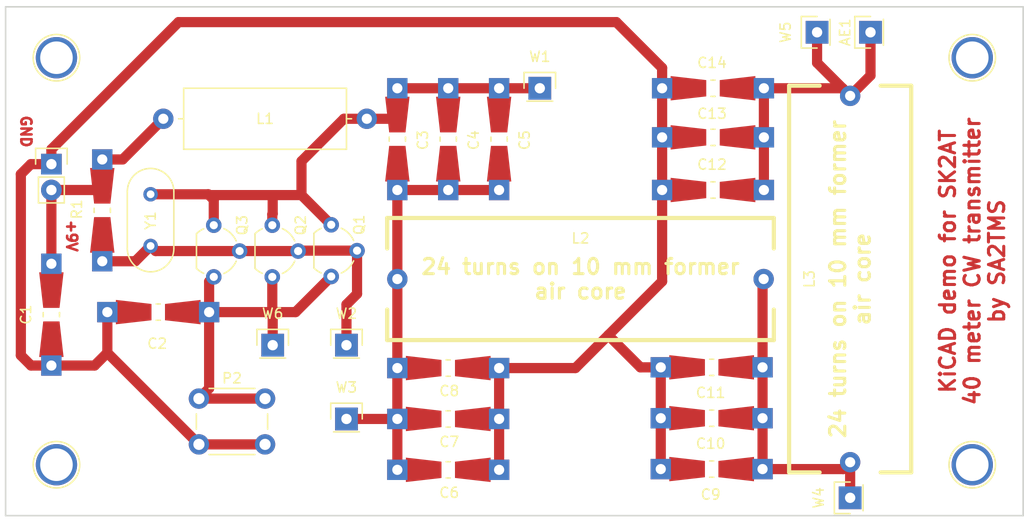
<source format=kicad_pcb>
(kicad_pcb (version 4) (host pcbnew 4.0.5+dfsg1-4)

  (general
    (links 82)
    (no_connects 0)
    (area 49.924999 74.924999 150.075001 125.075001)
    (thickness 1.6)
    (drawings 13)
    (tracks 126)
    (zones 0)
    (modules 35)
    (nets 9)
  )

  (page A4)
  (layers
    (0 F.Cu signal)
    (31 B.Cu signal)
    (32 B.Adhes user)
    (33 F.Adhes user)
    (34 B.Paste user)
    (35 F.Paste user)
    (36 B.SilkS user)
    (37 F.SilkS user)
    (38 B.Mask user)
    (39 F.Mask user)
    (40 Dwgs.User user)
    (41 Cmts.User user)
    (42 Eco1.User user)
    (43 Eco2.User user)
    (44 Edge.Cuts user)
    (45 Margin user)
    (46 B.CrtYd user)
    (47 F.CrtYd user)
    (48 B.Fab user)
    (49 F.Fab user)
  )

  (setup
    (last_trace_width 1)
    (user_trace_width 1)
    (user_trace_width 1.5)
    (user_trace_width 2)
    (user_trace_width 2.5)
    (trace_clearance 0.5)
    (zone_clearance 0.508)
    (zone_45_only no)
    (trace_min 0.5)
    (segment_width 0.2)
    (edge_width 0.15)
    (via_size 1)
    (via_drill 0.5)
    (via_min_size 1)
    (via_min_drill 0.5)
    (uvia_size 0.3)
    (uvia_drill 0.1)
    (uvias_allowed no)
    (uvia_min_size 0.2)
    (uvia_min_drill 0.1)
    (pcb_text_width 0.3)
    (pcb_text_size 1.5 1.5)
    (mod_edge_width 0.15)
    (mod_text_size 1 1)
    (mod_text_width 0.15)
    (pad_size 4.064 4.064)
    (pad_drill 3.2)
    (pad_to_mask_clearance 0.2)
    (solder_mask_min_width 0.4)
    (aux_axis_origin 0 0)
    (visible_elements FFFFEF7F)
    (pcbplotparams
      (layerselection 0x010a0_00000001)
      (usegerberextensions true)
      (excludeedgelayer true)
      (linewidth 0.100000)
      (plotframeref false)
      (viasonmask false)
      (mode 1)
      (useauxorigin false)
      (hpglpennumber 1)
      (hpglpenspeed 20)
      (hpglpendiameter 15)
      (hpglpenoverlay 2)
      (psnegative false)
      (psa4output false)
      (plotreference true)
      (plotvalue true)
      (plotinvisibletext false)
      (padsonsilk false)
      (subtractmaskfromsilk false)
      (outputformat 1)
      (mirror false)
      (drillshape 0)
      (scaleselection 1)
      (outputdirectory gerber))
  )

  (net 0 "")
  (net 1 "Net-(AE1-Pad1)")
  (net 2 +9V)
  (net 3 GND)
  (net 4 "Net-(C2-Pad1)")
  (net 5 "Net-(C3-Pad1)")
  (net 6 "Net-(C3-Pad2)")
  (net 7 "Net-(C10-Pad1)")
  (net 8 "Net-(Q1-Pad2)")

  (net_class Default "This is the default net class."
    (clearance 0.5)
    (trace_width 0.5)
    (via_dia 1)
    (via_drill 0.5)
    (uvia_dia 0.3)
    (uvia_drill 0.1)
    (add_net +9V)
    (add_net GND)
    (add_net "Net-(AE1-Pad1)")
    (add_net "Net-(C10-Pad1)")
    (add_net "Net-(C2-Pad1)")
    (add_net "Net-(C3-Pad1)")
    (add_net "Net-(C3-Pad2)")
    (add_net "Net-(Q1-Pad2)")
  )

  (module Connect:1pin (layer F.Cu) (tedit 5AAABC5F) (tstamp 5A6A3AA3)
    (at 55 80)
    (descr "module 1 pin (ou trou mecanique de percage)")
    (tags DEV)
    (fp_text reference REF** (at 0 -3.048) (layer F.SilkS) hide
      (effects (font (size 1 1) (thickness 0.15)))
    )
    (fp_text value 1pin (at 0 2.794) (layer F.Fab)
      (effects (font (size 1 1) (thickness 0.15)))
    )
    (fp_circle (center 0 0) (end 0 -2.286) (layer F.SilkS) (width 0.15))
    (pad 1 thru_hole circle (at 0 0) (size 4.064 4.064) (drill 3.2) (layers *.Cu *.Mask))
  )

  (module Connect:1pin (layer F.Cu) (tedit 5AAABC62) (tstamp 5A6A3A9F)
    (at 55 120)
    (descr "module 1 pin (ou trou mecanique de percage)")
    (tags DEV)
    (fp_text reference REF** (at 0 -3.048) (layer F.SilkS) hide
      (effects (font (size 1 1) (thickness 0.15)))
    )
    (fp_text value 1pin (at 0 2.794) (layer F.Fab)
      (effects (font (size 1 1) (thickness 0.15)))
    )
    (fp_circle (center 0 0) (end 0 -2.286) (layer F.SilkS) (width 0.15))
    (pad 1 thru_hole circle (at 0 0) (size 4.064 4.064) (drill 3.2) (layers *.Cu *.Mask))
  )

  (module Connect:1pin (layer F.Cu) (tedit 5AAABC66) (tstamp 5A6A3A9B)
    (at 145 120)
    (descr "module 1 pin (ou trou mecanique de percage)")
    (tags DEV)
    (fp_text reference REF** (at 0 -3.048) (layer F.SilkS) hide
      (effects (font (size 1 1) (thickness 0.15)))
    )
    (fp_text value 1pin (at 0 2.794) (layer F.Fab)
      (effects (font (size 1 1) (thickness 0.15)))
    )
    (fp_circle (center 0 0) (end 0 -2.286) (layer F.SilkS) (width 0.15))
    (pad 1 thru_hole circle (at 0 0) (size 4.064 4.064) (drill 3.2) (layers *.Cu *.Mask))
  )

  (module Pin_Headers:Pin_Header_Straight_1x01 (layer F.Cu) (tedit 5AA98D88) (tstamp 5A6A394B)
    (at 135 77.5 90)
    (descr "Through hole pin header")
    (tags "pin header")
    (path /5A6A365B)
    (fp_text reference AE1 (at 0 -2.5 90) (layer F.SilkS)
      (effects (font (size 1 1) (thickness 0.15)))
    )
    (fp_text value Antenna (at 0 2.5 90) (layer F.Fab)
      (effects (font (size 1 1) (thickness 0.15)))
    )
    (fp_line (start 1.55 -1.55) (end 1.55 0) (layer F.SilkS) (width 0.15))
    (fp_line (start -1.75 -1.75) (end -1.75 1.75) (layer F.CrtYd) (width 0.05))
    (fp_line (start 1.75 -1.75) (end 1.75 1.75) (layer F.CrtYd) (width 0.05))
    (fp_line (start -1.75 -1.75) (end 1.75 -1.75) (layer F.CrtYd) (width 0.05))
    (fp_line (start -1.75 1.75) (end 1.75 1.75) (layer F.CrtYd) (width 0.05))
    (fp_line (start -1.55 0) (end -1.55 -1.55) (layer F.SilkS) (width 0.15))
    (fp_line (start -1.55 -1.55) (end 1.55 -1.55) (layer F.SilkS) (width 0.15))
    (fp_line (start -1.27 1.27) (end 1.27 1.27) (layer F.SilkS) (width 0.15))
    (pad 1 thru_hole rect (at 0 0 90) (size 2.2352 2.2352) (drill 1.016) (layers *.Cu *.Mask)
      (net 1 "Net-(AE1-Pad1)"))
    (model Pin_Headers.3dshapes/Pin_Header_Straight_1x01.wrl
      (at (xyz 0 0 0))
      (scale (xyz 1 1 1))
      (rotate (xyz 0 0 90))
    )
  )

  (module Pin_Headers:Pin_Header_Straight_1x02 (layer F.Cu) (tedit 5AAAB9B4) (tstamp 5A6A3988)
    (at 54.5 90.46)
    (descr "Through hole pin header")
    (tags "pin header")
    (path /5A6A3361)
    (fp_text reference P1 (at 0 -2.96) (layer F.SilkS) hide
      (effects (font (size 1 1) (thickness 0.15)))
    )
    (fp_text value pwr (at 0 -3.1) (layer F.Fab)
      (effects (font (size 1 1) (thickness 0.15)))
    )
    (fp_line (start 1.27 1.27) (end 1.27 3.81) (layer F.SilkS) (width 0.15))
    (fp_line (start 1.55 -1.55) (end 1.55 0) (layer F.SilkS) (width 0.15))
    (fp_line (start -1.75 -1.75) (end -1.75 4.3) (layer F.CrtYd) (width 0.05))
    (fp_line (start 1.75 -1.75) (end 1.75 4.3) (layer F.CrtYd) (width 0.05))
    (fp_line (start -1.75 -1.75) (end 1.75 -1.75) (layer F.CrtYd) (width 0.05))
    (fp_line (start -1.75 4.3) (end 1.75 4.3) (layer F.CrtYd) (width 0.05))
    (fp_line (start 1.27 1.27) (end -1.27 1.27) (layer F.SilkS) (width 0.15))
    (fp_line (start -1.55 0) (end -1.55 -1.55) (layer F.SilkS) (width 0.15))
    (fp_line (start -1.55 -1.55) (end 1.55 -1.55) (layer F.SilkS) (width 0.15))
    (fp_line (start -1.27 1.27) (end -1.27 3.81) (layer F.SilkS) (width 0.15))
    (fp_line (start -1.27 3.81) (end 1.27 3.81) (layer F.SilkS) (width 0.15))
    (pad 1 thru_hole rect (at 0 0) (size 2.032 2.032) (drill 1.016) (layers *.Cu *.Mask)
      (net 3 GND))
    (pad 2 thru_hole oval (at 0 2.54) (size 2.032 2.032) (drill 1.016) (layers *.Cu *.Mask)
      (net 2 +9V))
    (model Pin_Headers.3dshapes/Pin_Header_Straight_1x02.wrl
      (at (xyz 0 -0.05 0))
      (scale (xyz 1 1 1))
      (rotate (xyz 0 0 90))
    )
  )

  (module Crystals:HC-49V (layer F.Cu) (tedit 56D4D4E4) (tstamp 5A6A39A1)
    (at 64.25 98.5 90)
    (descr "Quartz boitier HC-49 Vertical")
    (tags "QUARTZ DEV")
    (path /5A6A34B6)
    (fp_text reference Y1 (at 2.5 0 90) (layer F.SilkS)
      (effects (font (size 1 1) (thickness 0.15)))
    )
    (fp_text value "7020 kHz" (at 2.5 1.75 90) (layer F.Fab)
      (effects (font (size 1 1) (thickness 0.15)))
    )
    (fp_line (start 5.35 2.8) (end -0.25 2.8) (layer F.CrtYd) (width 0.05))
    (fp_line (start -0.25 -2.8) (end 5.35 -2.8) (layer F.CrtYd) (width 0.05))
    (fp_arc (start -0.25 0) (end -0.25 2.8) (angle 180) (layer F.CrtYd) (width 0.05))
    (fp_arc (start 5.35 0) (end 5.35 -2.8) (angle 180) (layer F.CrtYd) (width 0.05))
    (fp_arc (start 5.334 0) (end 5.334 -2.286) (angle 180) (layer F.SilkS) (width 0.15))
    (fp_arc (start -0.254 0) (end -0.254 2.286) (angle 180) (layer F.SilkS) (width 0.15))
    (fp_line (start -0.254 2.286) (end 5.334 2.286) (layer F.SilkS) (width 0.15))
    (fp_line (start -0.254 -2.286) (end 5.334 -2.286) (layer F.SilkS) (width 0.15))
    (pad 1 thru_hole circle (at 0 0 90) (size 1.4224 1.4224) (drill 0.762) (layers *.Cu *.Mask)
      (net 8 "Net-(Q1-Pad2)"))
    (pad 2 thru_hole circle (at 5.08 0 90) (size 1.4224 1.4224) (drill 0.762) (layers *.Cu *.Mask)
      (net 5 "Net-(C3-Pad1)"))
    (model Crystals.3dshapes/HC-49V.wrl
      (at (xyz 0.1 0 0))
      (scale (xyz 1 1 0.2))
      (rotate (xyz 0 0 0))
    )
  )

  (module Choke_Axial_ThroughHole:Choke_Horizontal_RM20mm (layer F.Cu) (tedit 542A89E6) (tstamp 5A6A3A64)
    (at 75.50002 86)
    (descr "Choke, Axial, 20mm,")
    (tags "Choke, Axial, 20mm,")
    (path /5A6A33ED)
    (fp_text reference L1 (at 0 0) (layer F.SilkS)
      (effects (font (size 1 1) (thickness 0.15)))
    )
    (fp_text value 100uH (at 0 5.00126) (layer F.Fab)
      (effects (font (size 1 1) (thickness 0.15)))
    )
    (fp_line (start 8.001 0) (end 8.49884 0) (layer F.SilkS) (width 0.15))
    (fp_line (start -8.001 0) (end -8.49884 0) (layer F.SilkS) (width 0.15))
    (fp_line (start -8.001 -2.99974) (end -8.001 2.99974) (layer F.SilkS) (width 0.15))
    (fp_line (start -8.001 2.99974) (end 8.001 2.99974) (layer F.SilkS) (width 0.15))
    (fp_line (start 8.001 2.99974) (end 8.001 -2.99974) (layer F.SilkS) (width 0.15))
    (fp_line (start 8.001 -2.99974) (end -8.001 -2.99974) (layer F.SilkS) (width 0.15))
    (pad 1 thru_hole circle (at -9.99998 0) (size 1.99898 1.99898) (drill 1.00076) (layers *.Cu *.Mask)
      (net 2 +9V))
    (pad 2 thru_hole circle (at 9.99998 0) (size 1.99898 1.99898) (drill 1.00076) (layers *.Cu *.Mask)
      (net 5 "Net-(C3-Pad1)"))
  )

  (module Connect:1pin (layer F.Cu) (tedit 5AAABC69) (tstamp 5A6A3A88)
    (at 145 80)
    (descr "module 1 pin (ou trou mecanique de percage)")
    (tags DEV)
    (fp_text reference REF** (at 0 -3.048) (layer F.SilkS) hide
      (effects (font (size 1 1) (thickness 0.15)))
    )
    (fp_text value 1pin (at 0 2.794) (layer F.Fab)
      (effects (font (size 1 1) (thickness 0.15)))
    )
    (fp_circle (center 0 0) (end 0 -2.286) (layer F.SilkS) (width 0.15))
    (pad 1 thru_hole circle (at 0 0) (size 4.064 4.064) (drill 3.2) (layers *.Cu *.Mask))
  )

  (module Resistors_Universal:Resistor_SMD+THTuniversal_0805to1206_RM10_HandSoldering (layer F.Cu) (tedit 0) (tstamp 5AA98CB0)
    (at 54.5 105.25 270)
    (descr "Resistor, SMD and THT, universal, 0805 to 1206,RM10,  Hand soldering,")
    (tags "Resistor, SMD and THT, universal, 0805 to 1206, RM10, Hand soldering,")
    (path /5A6A33B9)
    (fp_text reference C1 (at 0.00126 2.5 270) (layer F.SilkS)
      (effects (font (size 1 1) (thickness 0.15)))
    )
    (fp_text value 10nF (at -0.39878 4.20116 270) (layer F.Fab)
      (effects (font (size 1 1) (thickness 0.15)))
    )
    (fp_line (start 0 0.8001) (end 0.20066 0.8001) (layer F.SilkS) (width 0.15))
    (fp_line (start 0 0.8001) (end -0.20066 0.8001) (layer F.SilkS) (width 0.15))
    (fp_line (start -0.09906 -0.8001) (end -0.20066 -0.8001) (layer F.SilkS) (width 0.15))
    (fp_line (start -0.20066 -0.8001) (end 0.20066 -0.8001) (layer F.SilkS) (width 0.15))
    (pad 1 smd trapezoid (at -2.413 0 270) (size 3.50012 1.99898) (rect_delta 0.39878 0 ) (layers F.Cu F.Paste F.Mask)
      (net 2 +9V))
    (pad 2 smd trapezoid (at 2.413 0 90) (size 3.50012 1.99898) (rect_delta 0.39878 0 ) (layers F.Cu F.Paste F.Mask)
      (net 3 GND))
    (pad 1 thru_hole rect (at -5.00126 0 90) (size 1.99898 1.99898) (drill 1.00076) (layers *.Cu *.Mask)
      (net 2 +9V))
    (pad 2 thru_hole rect (at 5.00126 0 90) (size 1.99898 1.99898) (drill 1.00076) (layers *.Cu *.Mask)
      (net 3 GND))
  )

  (module Resistors_Universal:Resistor_SMD+THTuniversal_0805to1206_RM10_HandSoldering (layer F.Cu) (tedit 0) (tstamp 5AA98CB7)
    (at 65.00126 105 180)
    (descr "Resistor, SMD and THT, universal, 0805 to 1206,RM10,  Hand soldering,")
    (tags "Resistor, SMD and THT, universal, 0805 to 1206, RM10, Hand soldering,")
    (path /5A6A34F1)
    (fp_text reference C2 (at 0.09906 -3.0988 180) (layer F.SilkS)
      (effects (font (size 1 1) (thickness 0.15)))
    )
    (fp_text value 10nF (at 0.00126 2.25 180) (layer F.Fab)
      (effects (font (size 1 1) (thickness 0.15)))
    )
    (fp_line (start 0 0.8001) (end 0.20066 0.8001) (layer F.SilkS) (width 0.15))
    (fp_line (start 0 0.8001) (end -0.20066 0.8001) (layer F.SilkS) (width 0.15))
    (fp_line (start -0.09906 -0.8001) (end -0.20066 -0.8001) (layer F.SilkS) (width 0.15))
    (fp_line (start -0.20066 -0.8001) (end 0.20066 -0.8001) (layer F.SilkS) (width 0.15))
    (pad 1 smd trapezoid (at -2.413 0 180) (size 3.50012 1.99898) (rect_delta 0.39878 0 ) (layers F.Cu F.Paste F.Mask)
      (net 4 "Net-(C2-Pad1)"))
    (pad 2 smd trapezoid (at 2.413 0) (size 3.50012 1.99898) (rect_delta 0.39878 0 ) (layers F.Cu F.Paste F.Mask)
      (net 3 GND))
    (pad 1 thru_hole rect (at -5.00126 0) (size 1.99898 1.99898) (drill 1.00076) (layers *.Cu *.Mask)
      (net 4 "Net-(C2-Pad1)"))
    (pad 2 thru_hole rect (at 5.00126 0) (size 1.99898 1.99898) (drill 1.00076) (layers *.Cu *.Mask)
      (net 3 GND))
  )

  (module Resistors_Universal:Resistor_SMD+THTuniversal_0805to1206_RM10_HandSoldering (layer F.Cu) (tedit 0) (tstamp 5AA98CBE)
    (at 88.5 88.00126 270)
    (descr "Resistor, SMD and THT, universal, 0805 to 1206,RM10,  Hand soldering,")
    (tags "Resistor, SMD and THT, universal, 0805 to 1206, RM10, Hand soldering,")
    (path /5AA98676)
    (fp_text reference C3 (at 0.09906 -2.5 270) (layer F.SilkS)
      (effects (font (size 1 1) (thickness 0.15)))
    )
    (fp_text value 100p (at -0.39878 4.20116 270) (layer F.Fab)
      (effects (font (size 1 1) (thickness 0.15)))
    )
    (fp_line (start 0 0.8001) (end 0.20066 0.8001) (layer F.SilkS) (width 0.15))
    (fp_line (start 0 0.8001) (end -0.20066 0.8001) (layer F.SilkS) (width 0.15))
    (fp_line (start -0.09906 -0.8001) (end -0.20066 -0.8001) (layer F.SilkS) (width 0.15))
    (fp_line (start -0.20066 -0.8001) (end 0.20066 -0.8001) (layer F.SilkS) (width 0.15))
    (pad 1 smd trapezoid (at -2.413 0 270) (size 3.50012 1.99898) (rect_delta 0.39878 0 ) (layers F.Cu F.Paste F.Mask)
      (net 5 "Net-(C3-Pad1)"))
    (pad 2 smd trapezoid (at 2.413 0 90) (size 3.50012 1.99898) (rect_delta 0.39878 0 ) (layers F.Cu F.Paste F.Mask)
      (net 6 "Net-(C3-Pad2)"))
    (pad 1 thru_hole rect (at -5.00126 0 90) (size 1.99898 1.99898) (drill 1.00076) (layers *.Cu *.Mask)
      (net 5 "Net-(C3-Pad1)"))
    (pad 2 thru_hole rect (at 5.00126 0 90) (size 1.99898 1.99898) (drill 1.00076) (layers *.Cu *.Mask)
      (net 6 "Net-(C3-Pad2)"))
  )

  (module Resistors_Universal:Resistor_SMD+THTuniversal_0805to1206_RM10_HandSoldering (layer F.Cu) (tedit 0) (tstamp 5AA98CC5)
    (at 93.5 88.00126 270)
    (descr "Resistor, SMD and THT, universal, 0805 to 1206,RM10,  Hand soldering,")
    (tags "Resistor, SMD and THT, universal, 0805 to 1206, RM10, Hand soldering,")
    (path /5AA98635)
    (fp_text reference C4 (at 0.09906 -2.5 270) (layer F.SilkS)
      (effects (font (size 1 1) (thickness 0.15)))
    )
    (fp_text value 100p (at -0.39878 4.20116 270) (layer F.Fab)
      (effects (font (size 1 1) (thickness 0.15)))
    )
    (fp_line (start 0 0.8001) (end 0.20066 0.8001) (layer F.SilkS) (width 0.15))
    (fp_line (start 0 0.8001) (end -0.20066 0.8001) (layer F.SilkS) (width 0.15))
    (fp_line (start -0.09906 -0.8001) (end -0.20066 -0.8001) (layer F.SilkS) (width 0.15))
    (fp_line (start -0.20066 -0.8001) (end 0.20066 -0.8001) (layer F.SilkS) (width 0.15))
    (pad 1 smd trapezoid (at -2.413 0 270) (size 3.50012 1.99898) (rect_delta 0.39878 0 ) (layers F.Cu F.Paste F.Mask)
      (net 5 "Net-(C3-Pad1)"))
    (pad 2 smd trapezoid (at 2.413 0 90) (size 3.50012 1.99898) (rect_delta 0.39878 0 ) (layers F.Cu F.Paste F.Mask)
      (net 6 "Net-(C3-Pad2)"))
    (pad 1 thru_hole rect (at -5.00126 0 90) (size 1.99898 1.99898) (drill 1.00076) (layers *.Cu *.Mask)
      (net 5 "Net-(C3-Pad1)"))
    (pad 2 thru_hole rect (at 5.00126 0 90) (size 1.99898 1.99898) (drill 1.00076) (layers *.Cu *.Mask)
      (net 6 "Net-(C3-Pad2)"))
  )

  (module Resistors_Universal:Resistor_SMD+THTuniversal_0805to1206_RM10_HandSoldering (layer F.Cu) (tedit 0) (tstamp 5AA98CCC)
    (at 98.5 88.00126 270)
    (descr "Resistor, SMD and THT, universal, 0805 to 1206,RM10,  Hand soldering,")
    (tags "Resistor, SMD and THT, universal, 0805 to 1206, RM10, Hand soldering,")
    (path /5A6A391C)
    (fp_text reference C5 (at 0.09906 -2.5 270) (layer F.SilkS)
      (effects (font (size 1 1) (thickness 0.15)))
    )
    (fp_text value 100p (at -0.39878 4.20116 270) (layer F.Fab)
      (effects (font (size 1 1) (thickness 0.15)))
    )
    (fp_line (start 0 0.8001) (end 0.20066 0.8001) (layer F.SilkS) (width 0.15))
    (fp_line (start 0 0.8001) (end -0.20066 0.8001) (layer F.SilkS) (width 0.15))
    (fp_line (start -0.09906 -0.8001) (end -0.20066 -0.8001) (layer F.SilkS) (width 0.15))
    (fp_line (start -0.20066 -0.8001) (end 0.20066 -0.8001) (layer F.SilkS) (width 0.15))
    (pad 1 smd trapezoid (at -2.413 0 270) (size 3.50012 1.99898) (rect_delta 0.39878 0 ) (layers F.Cu F.Paste F.Mask)
      (net 5 "Net-(C3-Pad1)"))
    (pad 2 smd trapezoid (at 2.413 0 90) (size 3.50012 1.99898) (rect_delta 0.39878 0 ) (layers F.Cu F.Paste F.Mask)
      (net 6 "Net-(C3-Pad2)"))
    (pad 1 thru_hole rect (at -5.00126 0 90) (size 1.99898 1.99898) (drill 1.00076) (layers *.Cu *.Mask)
      (net 5 "Net-(C3-Pad1)"))
    (pad 2 thru_hole rect (at 5.00126 0 90) (size 1.99898 1.99898) (drill 1.00076) (layers *.Cu *.Mask)
      (net 6 "Net-(C3-Pad2)"))
  )

  (module Resistors_Universal:Resistor_SMD+THTuniversal_0805to1206_RM10_HandSoldering (layer F.Cu) (tedit 0) (tstamp 5AA98CD3)
    (at 93.50126 120.5)
    (descr "Resistor, SMD and THT, universal, 0805 to 1206,RM10,  Hand soldering,")
    (tags "Resistor, SMD and THT, universal, 0805 to 1206, RM10, Hand soldering,")
    (path /5AA98E66)
    (fp_text reference C6 (at 0.09906 2.25) (layer F.SilkS)
      (effects (font (size 1 1) (thickness 0.15)))
    )
    (fp_text value 200p (at -0.39878 4.20116) (layer F.Fab)
      (effects (font (size 1 1) (thickness 0.15)))
    )
    (fp_line (start 0 0.8001) (end 0.20066 0.8001) (layer F.SilkS) (width 0.15))
    (fp_line (start 0 0.8001) (end -0.20066 0.8001) (layer F.SilkS) (width 0.15))
    (fp_line (start -0.09906 -0.8001) (end -0.20066 -0.8001) (layer F.SilkS) (width 0.15))
    (fp_line (start -0.20066 -0.8001) (end 0.20066 -0.8001) (layer F.SilkS) (width 0.15))
    (pad 1 smd trapezoid (at -2.413 0) (size 3.50012 1.99898) (rect_delta 0.39878 0 ) (layers F.Cu F.Paste F.Mask)
      (net 6 "Net-(C3-Pad2)"))
    (pad 2 smd trapezoid (at 2.413 0 180) (size 3.50012 1.99898) (rect_delta 0.39878 0 ) (layers F.Cu F.Paste F.Mask)
      (net 3 GND))
    (pad 1 thru_hole rect (at -5.00126 0 180) (size 1.99898 1.99898) (drill 1.00076) (layers *.Cu *.Mask)
      (net 6 "Net-(C3-Pad2)"))
    (pad 2 thru_hole rect (at 5.00126 0 180) (size 1.99898 1.99898) (drill 1.00076) (layers *.Cu *.Mask)
      (net 3 GND))
  )

  (module Resistors_Universal:Resistor_SMD+THTuniversal_0805to1206_RM10_HandSoldering (layer F.Cu) (tedit 0) (tstamp 5AA98CE1)
    (at 93.50126 115.5)
    (descr "Resistor, SMD and THT, universal, 0805 to 1206,RM10,  Hand soldering,")
    (tags "Resistor, SMD and THT, universal, 0805 to 1206, RM10, Hand soldering,")
    (path /5AA991A6)
    (fp_text reference C7 (at 0.09906 2.25) (layer F.SilkS)
      (effects (font (size 1 1) (thickness 0.15)))
    )
    (fp_text value 60p (at -0.39878 4.20116) (layer F.Fab)
      (effects (font (size 1 1) (thickness 0.15)))
    )
    (fp_line (start 0 0.8001) (end 0.20066 0.8001) (layer F.SilkS) (width 0.15))
    (fp_line (start 0 0.8001) (end -0.20066 0.8001) (layer F.SilkS) (width 0.15))
    (fp_line (start -0.09906 -0.8001) (end -0.20066 -0.8001) (layer F.SilkS) (width 0.15))
    (fp_line (start -0.20066 -0.8001) (end 0.20066 -0.8001) (layer F.SilkS) (width 0.15))
    (pad 1 smd trapezoid (at -2.413 0) (size 3.50012 1.99898) (rect_delta 0.39878 0 ) (layers F.Cu F.Paste F.Mask)
      (net 6 "Net-(C3-Pad2)"))
    (pad 2 smd trapezoid (at 2.413 0 180) (size 3.50012 1.99898) (rect_delta 0.39878 0 ) (layers F.Cu F.Paste F.Mask)
      (net 3 GND))
    (pad 1 thru_hole rect (at -5.00126 0 180) (size 1.99898 1.99898) (drill 1.00076) (layers *.Cu *.Mask)
      (net 6 "Net-(C3-Pad2)"))
    (pad 2 thru_hole rect (at 5.00126 0 180) (size 1.99898 1.99898) (drill 1.00076) (layers *.Cu *.Mask)
      (net 3 GND))
  )

  (module Resistors_Universal:Resistor_SMD+THTuniversal_0805to1206_RM10_HandSoldering (layer F.Cu) (tedit 0) (tstamp 5AA98CE9)
    (at 93.50126 110.5)
    (descr "Resistor, SMD and THT, universal, 0805 to 1206,RM10,  Hand soldering,")
    (tags "Resistor, SMD and THT, universal, 0805 to 1206, RM10, Hand soldering,")
    (path /5AA991F6)
    (fp_text reference C8 (at 0.09906 2.25) (layer F.SilkS)
      (effects (font (size 1 1) (thickness 0.15)))
    )
    (fp_text value 7p (at -0.39878 4.20116) (layer F.Fab)
      (effects (font (size 1 1) (thickness 0.15)))
    )
    (fp_line (start 0 0.8001) (end 0.20066 0.8001) (layer F.SilkS) (width 0.15))
    (fp_line (start 0 0.8001) (end -0.20066 0.8001) (layer F.SilkS) (width 0.15))
    (fp_line (start -0.09906 -0.8001) (end -0.20066 -0.8001) (layer F.SilkS) (width 0.15))
    (fp_line (start -0.20066 -0.8001) (end 0.20066 -0.8001) (layer F.SilkS) (width 0.15))
    (pad 1 smd trapezoid (at -2.413 0) (size 3.50012 1.99898) (rect_delta 0.39878 0 ) (layers F.Cu F.Paste F.Mask)
      (net 6 "Net-(C3-Pad2)"))
    (pad 2 smd trapezoid (at 2.413 0 180) (size 3.50012 1.99898) (rect_delta 0.39878 0 ) (layers F.Cu F.Paste F.Mask)
      (net 3 GND))
    (pad 1 thru_hole rect (at -5.00126 0 180) (size 1.99898 1.99898) (drill 1.00076) (layers *.Cu *.Mask)
      (net 6 "Net-(C3-Pad2)"))
    (pad 2 thru_hole rect (at 5.00126 0 180) (size 1.99898 1.99898) (drill 1.00076) (layers *.Cu *.Mask)
      (net 3 GND))
  )

  (module Resistors_Universal:Resistor_SMD+THTuniversal_0805to1206_RM10_HandSoldering (layer F.Cu) (tedit 0) (tstamp 5AA98CF1)
    (at 119.389885 120.427361 180)
    (descr "Resistor, SMD and THT, universal, 0805 to 1206,RM10,  Hand soldering,")
    (tags "Resistor, SMD and THT, universal, 0805 to 1206, RM10, Hand soldering,")
    (path /5AA99C75)
    (fp_text reference C9 (at 0.09906 -2.5 180) (layer F.SilkS)
      (effects (font (size 1 1) (thickness 0.15)))
    )
    (fp_text value 800p (at -0.39878 4.20116 180) (layer F.Fab)
      (effects (font (size 1 1) (thickness 0.15)))
    )
    (fp_line (start 0 0.8001) (end 0.20066 0.8001) (layer F.SilkS) (width 0.15))
    (fp_line (start 0 0.8001) (end -0.20066 0.8001) (layer F.SilkS) (width 0.15))
    (fp_line (start -0.09906 -0.8001) (end -0.20066 -0.8001) (layer F.SilkS) (width 0.15))
    (fp_line (start -0.20066 -0.8001) (end 0.20066 -0.8001) (layer F.SilkS) (width 0.15))
    (pad 1 smd trapezoid (at -2.413 0 180) (size 3.50012 1.99898) (rect_delta 0.39878 0 ) (layers F.Cu F.Paste F.Mask)
      (net 7 "Net-(C10-Pad1)"))
    (pad 2 smd trapezoid (at 2.413 0) (size 3.50012 1.99898) (rect_delta 0.39878 0 ) (layers F.Cu F.Paste F.Mask)
      (net 3 GND))
    (pad 1 thru_hole rect (at -5.00126 0) (size 1.99898 1.99898) (drill 1.00076) (layers *.Cu *.Mask)
      (net 7 "Net-(C10-Pad1)"))
    (pad 2 thru_hole rect (at 5.00126 0) (size 1.99898 1.99898) (drill 1.00076) (layers *.Cu *.Mask)
      (net 3 GND))
  )

  (module Resistors_Universal:Resistor_SMD+THTuniversal_0805to1206_RM10_HandSoldering (layer F.Cu) (tedit 0) (tstamp 5AA98CF9)
    (at 119.389885 115.427361 180)
    (descr "Resistor, SMD and THT, universal, 0805 to 1206,RM10,  Hand soldering,")
    (tags "Resistor, SMD and THT, universal, 0805 to 1206, RM10, Hand soldering,")
    (path /5AA99438)
    (fp_text reference C10 (at 0.09906 -2.5 180) (layer F.SilkS)
      (effects (font (size 1 1) (thickness 0.15)))
    )
    (fp_text value 60p (at -0.39878 4.20116 180) (layer F.Fab)
      (effects (font (size 1 1) (thickness 0.15)))
    )
    (fp_line (start 0 0.8001) (end 0.20066 0.8001) (layer F.SilkS) (width 0.15))
    (fp_line (start 0 0.8001) (end -0.20066 0.8001) (layer F.SilkS) (width 0.15))
    (fp_line (start -0.09906 -0.8001) (end -0.20066 -0.8001) (layer F.SilkS) (width 0.15))
    (fp_line (start -0.20066 -0.8001) (end 0.20066 -0.8001) (layer F.SilkS) (width 0.15))
    (pad 1 smd trapezoid (at -2.413 0 180) (size 3.50012 1.99898) (rect_delta 0.39878 0 ) (layers F.Cu F.Paste F.Mask)
      (net 7 "Net-(C10-Pad1)"))
    (pad 2 smd trapezoid (at 2.413 0) (size 3.50012 1.99898) (rect_delta 0.39878 0 ) (layers F.Cu F.Paste F.Mask)
      (net 3 GND))
    (pad 1 thru_hole rect (at -5.00126 0) (size 1.99898 1.99898) (drill 1.00076) (layers *.Cu *.Mask)
      (net 7 "Net-(C10-Pad1)"))
    (pad 2 thru_hole rect (at 5.00126 0) (size 1.99898 1.99898) (drill 1.00076) (layers *.Cu *.Mask)
      (net 3 GND))
  )

  (module Resistors_Universal:Resistor_SMD+THTuniversal_0805to1206_RM10_HandSoldering (layer F.Cu) (tedit 0) (tstamp 5AA98D01)
    (at 119.389885 110.427361 180)
    (descr "Resistor, SMD and THT, universal, 0805 to 1206,RM10,  Hand soldering,")
    (tags "Resistor, SMD and THT, universal, 0805 to 1206, RM10, Hand soldering,")
    (path /5AA99490)
    (fp_text reference C11 (at 0.09906 -2.5 180) (layer F.SilkS)
      (effects (font (size 1 1) (thickness 0.15)))
    )
    (fp_text value 5p (at -0.39878 4.20116 180) (layer F.Fab)
      (effects (font (size 1 1) (thickness 0.15)))
    )
    (fp_line (start 0 0.8001) (end 0.20066 0.8001) (layer F.SilkS) (width 0.15))
    (fp_line (start 0 0.8001) (end -0.20066 0.8001) (layer F.SilkS) (width 0.15))
    (fp_line (start -0.09906 -0.8001) (end -0.20066 -0.8001) (layer F.SilkS) (width 0.15))
    (fp_line (start -0.20066 -0.8001) (end 0.20066 -0.8001) (layer F.SilkS) (width 0.15))
    (pad 1 smd trapezoid (at -2.413 0 180) (size 3.50012 1.99898) (rect_delta 0.39878 0 ) (layers F.Cu F.Paste F.Mask)
      (net 7 "Net-(C10-Pad1)"))
    (pad 2 smd trapezoid (at 2.413 0) (size 3.50012 1.99898) (rect_delta 0.39878 0 ) (layers F.Cu F.Paste F.Mask)
      (net 3 GND))
    (pad 1 thru_hole rect (at -5.00126 0) (size 1.99898 1.99898) (drill 1.00076) (layers *.Cu *.Mask)
      (net 7 "Net-(C10-Pad1)"))
    (pad 2 thru_hole rect (at 5.00126 0) (size 1.99898 1.99898) (drill 1.00076) (layers *.Cu *.Mask)
      (net 3 GND))
  )

  (module Resistors_Universal:Resistor_SMD+THTuniversal_0805to1206_RM10_HandSoldering (layer F.Cu) (tedit 0) (tstamp 5AA98D09)
    (at 119.521867 93 180)
    (descr "Resistor, SMD and THT, universal, 0805 to 1206,RM10,  Hand soldering,")
    (tags "Resistor, SMD and THT, universal, 0805 to 1206, RM10, Hand soldering,")
    (path /5AA99E24)
    (fp_text reference C12 (at 0.09906 2.5 180) (layer F.SilkS)
      (effects (font (size 1 1) (thickness 0.15)))
    )
    (fp_text value 200p (at -0.39878 4.20116 180) (layer F.Fab)
      (effects (font (size 1 1) (thickness 0.15)))
    )
    (fp_line (start 0 0.8001) (end 0.20066 0.8001) (layer F.SilkS) (width 0.15))
    (fp_line (start 0 0.8001) (end -0.20066 0.8001) (layer F.SilkS) (width 0.15))
    (fp_line (start -0.09906 -0.8001) (end -0.20066 -0.8001) (layer F.SilkS) (width 0.15))
    (fp_line (start -0.20066 -0.8001) (end 0.20066 -0.8001) (layer F.SilkS) (width 0.15))
    (pad 1 smd trapezoid (at -2.413 0 180) (size 3.50012 1.99898) (rect_delta 0.39878 0 ) (layers F.Cu F.Paste F.Mask)
      (net 1 "Net-(AE1-Pad1)"))
    (pad 2 smd trapezoid (at 2.413 0) (size 3.50012 1.99898) (rect_delta 0.39878 0 ) (layers F.Cu F.Paste F.Mask)
      (net 3 GND))
    (pad 1 thru_hole rect (at -5.00126 0) (size 1.99898 1.99898) (drill 1.00076) (layers *.Cu *.Mask)
      (net 1 "Net-(AE1-Pad1)"))
    (pad 2 thru_hole rect (at 5.00126 0) (size 1.99898 1.99898) (drill 1.00076) (layers *.Cu *.Mask)
      (net 3 GND))
  )

  (module Resistors_Universal:Resistor_SMD+THTuniversal_0805to1206_RM10_HandSoldering (layer F.Cu) (tedit 0) (tstamp 5AA98D11)
    (at 119.521867 87.825832 180)
    (descr "Resistor, SMD and THT, universal, 0805 to 1206,RM10,  Hand soldering,")
    (tags "Resistor, SMD and THT, universal, 0805 to 1206, RM10, Hand soldering,")
    (path /5AA99E2A)
    (fp_text reference C13 (at 0.09906 2.325832 180) (layer F.SilkS)
      (effects (font (size 1 1) (thickness 0.15)))
    )
    (fp_text value 60p (at -0.39878 4.20116 180) (layer F.Fab)
      (effects (font (size 1 1) (thickness 0.15)))
    )
    (fp_line (start 0 0.8001) (end 0.20066 0.8001) (layer F.SilkS) (width 0.15))
    (fp_line (start 0 0.8001) (end -0.20066 0.8001) (layer F.SilkS) (width 0.15))
    (fp_line (start -0.09906 -0.8001) (end -0.20066 -0.8001) (layer F.SilkS) (width 0.15))
    (fp_line (start -0.20066 -0.8001) (end 0.20066 -0.8001) (layer F.SilkS) (width 0.15))
    (pad 1 smd trapezoid (at -2.413 0 180) (size 3.50012 1.99898) (rect_delta 0.39878 0 ) (layers F.Cu F.Paste F.Mask)
      (net 1 "Net-(AE1-Pad1)"))
    (pad 2 smd trapezoid (at 2.413 0) (size 3.50012 1.99898) (rect_delta 0.39878 0 ) (layers F.Cu F.Paste F.Mask)
      (net 3 GND))
    (pad 1 thru_hole rect (at -5.00126 0) (size 1.99898 1.99898) (drill 1.00076) (layers *.Cu *.Mask)
      (net 1 "Net-(AE1-Pad1)"))
    (pad 2 thru_hole rect (at 5.00126 0) (size 1.99898 1.99898) (drill 1.00076) (layers *.Cu *.Mask)
      (net 3 GND))
  )

  (module Resistors_Universal:Resistor_SMD+THTuniversal_0805to1206_RM10_HandSoldering (layer F.Cu) (tedit 0) (tstamp 5AA98D19)
    (at 119.521867 83 180)
    (descr "Resistor, SMD and THT, universal, 0805 to 1206,RM10,  Hand soldering,")
    (tags "Resistor, SMD and THT, universal, 0805 to 1206, RM10, Hand soldering,")
    (path /5AA99E30)
    (fp_text reference C14 (at 0.09906 2.5 180) (layer F.SilkS)
      (effects (font (size 1 1) (thickness 0.15)))
    )
    (fp_text value 7p (at -0.39878 4.20116 180) (layer F.Fab)
      (effects (font (size 1 1) (thickness 0.15)))
    )
    (fp_line (start 0 0.8001) (end 0.20066 0.8001) (layer F.SilkS) (width 0.15))
    (fp_line (start 0 0.8001) (end -0.20066 0.8001) (layer F.SilkS) (width 0.15))
    (fp_line (start -0.09906 -0.8001) (end -0.20066 -0.8001) (layer F.SilkS) (width 0.15))
    (fp_line (start -0.20066 -0.8001) (end 0.20066 -0.8001) (layer F.SilkS) (width 0.15))
    (pad 1 smd trapezoid (at -2.413 0 180) (size 3.50012 1.99898) (rect_delta 0.39878 0 ) (layers F.Cu F.Paste F.Mask)
      (net 1 "Net-(AE1-Pad1)"))
    (pad 2 smd trapezoid (at 2.413 0) (size 3.50012 1.99898) (rect_delta 0.39878 0 ) (layers F.Cu F.Paste F.Mask)
      (net 3 GND))
    (pad 1 thru_hole rect (at -5.00126 0) (size 1.99898 1.99898) (drill 1.00076) (layers *.Cu *.Mask)
      (net 1 "Net-(AE1-Pad1)"))
    (pad 2 thru_hole rect (at 5.00126 0) (size 1.99898 1.99898) (drill 1.00076) (layers *.Cu *.Mask)
      (net 3 GND))
  )

  (module Buttons_Switches_ThroughHole:SW_PUSH_6mm (layer F.Cu) (tedit 58134C96) (tstamp 5AA98D24)
    (at 69 113.5)
    (descr https://www.omron.com/ecb/products/pdf/en-b3f.pdf)
    (tags "tact sw push 6mm")
    (path /5A6A3549)
    (fp_text reference P2 (at 3.25 -2) (layer F.SilkS)
      (effects (font (size 1 1) (thickness 0.15)))
    )
    (fp_text value key (at 3.75 6.7) (layer F.Fab)
      (effects (font (size 1 1) (thickness 0.15)))
    )
    (fp_line (start 3.25 -0.75) (end 6.25 -0.75) (layer F.Fab) (width 0.1))
    (fp_line (start 6.25 -0.75) (end 6.25 5.25) (layer F.Fab) (width 0.1))
    (fp_line (start 6.25 5.25) (end 0.25 5.25) (layer F.Fab) (width 0.1))
    (fp_line (start 0.25 5.25) (end 0.25 -0.75) (layer F.Fab) (width 0.1))
    (fp_line (start 0.25 -0.75) (end 3.25 -0.75) (layer F.Fab) (width 0.1))
    (fp_line (start 7.75 6) (end 8 6) (layer F.CrtYd) (width 0.05))
    (fp_line (start 8 6) (end 8 5.75) (layer F.CrtYd) (width 0.05))
    (fp_line (start 7.75 -1.5) (end 8 -1.5) (layer F.CrtYd) (width 0.05))
    (fp_line (start 8 -1.5) (end 8 -1.25) (layer F.CrtYd) (width 0.05))
    (fp_line (start -1.5 -1.25) (end -1.5 -1.5) (layer F.CrtYd) (width 0.05))
    (fp_line (start -1.5 -1.5) (end -1.25 -1.5) (layer F.CrtYd) (width 0.05))
    (fp_line (start -1.5 5.75) (end -1.5 6) (layer F.CrtYd) (width 0.05))
    (fp_line (start -1.5 6) (end -1.25 6) (layer F.CrtYd) (width 0.05))
    (fp_line (start -1.25 -1.5) (end 7.75 -1.5) (layer F.CrtYd) (width 0.05))
    (fp_line (start -1.5 5.75) (end -1.5 -1.25) (layer F.CrtYd) (width 0.05))
    (fp_line (start 7.75 6) (end -1.25 6) (layer F.CrtYd) (width 0.05))
    (fp_line (start 8 -1.25) (end 8 5.75) (layer F.CrtYd) (width 0.05))
    (fp_line (start 1 5.5) (end 5.5 5.5) (layer F.SilkS) (width 0.15))
    (fp_line (start -0.25 1.5) (end -0.25 3) (layer F.SilkS) (width 0.15))
    (fp_line (start 5.5 -1) (end 1 -1) (layer F.SilkS) (width 0.15))
    (fp_line (start 6.75 3) (end 6.75 1.5) (layer F.SilkS) (width 0.15))
    (fp_circle (center 3.25 2.25) (end 1.25 2.5) (layer F.Fab) (width 0.1))
    (pad 2 thru_hole circle (at 0 4.5 90) (size 2 2) (drill 1.1) (layers *.Cu *.Mask)
      (net 3 GND))
    (pad 1 thru_hole circle (at 0 0 90) (size 2 2) (drill 1.1) (layers *.Cu *.Mask)
      (net 4 "Net-(C2-Pad1)"))
    (pad 2 thru_hole circle (at 6.5 4.5 90) (size 2 2) (drill 1.1) (layers *.Cu *.Mask)
      (net 3 GND))
    (pad 1 thru_hole circle (at 6.5 0 90) (size 2 2) (drill 1.1) (layers *.Cu *.Mask)
      (net 4 "Net-(C2-Pad1)"))
    (model Buttons_Switches_ThroughHole.3dshapes/SW_PUSH_6mm.wrl
      (at (xyz 0.005 0 0))
      (scale (xyz 0.3937 0.3937 0.3937))
      (rotate (xyz 0 0 0))
    )
  )

  (module TO_SOT_Packages_THT:TO-92_Molded_Wide (layer F.Cu) (tedit 54F243CD) (tstamp 5AA98D2B)
    (at 82 96.42 270)
    (descr "TO-92 leads molded, wide, drill 0.8mm (see NXP sot054_po.pdf)")
    (tags "to-92 sc-43 sc-43a sot54 PA33 transistor")
    (path /5AA980E8)
    (fp_text reference Q1 (at 0 -2.75 450) (layer F.SilkS)
      (effects (font (size 1 1) (thickness 0.15)))
    )
    (fp_text value BC546 (at 0 3 270) (layer F.Fab)
      (effects (font (size 1 1) (thickness 0.15)))
    )
    (fp_arc (start 2.54 0) (end 0.34 -1) (angle 41.11209044) (layer F.SilkS) (width 0.15))
    (fp_arc (start 2.54 0) (end 4.74 -1) (angle -41.11210221) (layer F.SilkS) (width 0.15))
    (fp_arc (start 2.54 0) (end 0.84 1.7) (angle 20.5) (layer F.SilkS) (width 0.15))
    (fp_arc (start 2.54 0) (end 4.24 1.7) (angle -20.5) (layer F.SilkS) (width 0.15))
    (fp_line (start -1 1.95) (end -1 -3.55) (layer F.CrtYd) (width 0.05))
    (fp_line (start -1 1.95) (end 6.1 1.95) (layer F.CrtYd) (width 0.05))
    (fp_line (start 0.84 1.7) (end 4.24 1.7) (layer F.SilkS) (width 0.15))
    (fp_line (start -1 -3.55) (end 6.1 -3.55) (layer F.CrtYd) (width 0.05))
    (fp_line (start 6.1 1.95) (end 6.1 -3.55) (layer F.CrtYd) (width 0.05))
    (pad 2 thru_hole circle (at 2.54 -2.54) (size 1.524 1.524) (drill 0.8) (layers *.Cu *.Mask)
      (net 8 "Net-(Q1-Pad2)"))
    (pad 3 thru_hole circle (at 5.08 0) (size 1.524 1.524) (drill 0.8) (layers *.Cu *.Mask)
      (net 4 "Net-(C2-Pad1)"))
    (pad 1 thru_hole circle (at 0 0) (size 1.524 1.524) (drill 0.8) (layers *.Cu *.Mask)
      (net 5 "Net-(C3-Pad1)"))
    (model TO_SOT_Packages_THT.3dshapes/TO-92_Molded_Wide.wrl
      (at (xyz 0.1 0 0))
      (scale (xyz 1 1 1))
      (rotate (xyz 0 0 -90))
    )
  )

  (module Resistors_Universal:Resistor_SMD+THTuniversal_0805to1206_RM10_HandSoldering (layer F.Cu) (tedit 0) (tstamp 5AA98D31)
    (at 59.5 95 90)
    (descr "Resistor, SMD and THT, universal, 0805 to 1206,RM10,  Hand soldering,")
    (tags "Resistor, SMD and THT, universal, 0805 to 1206, RM10, Hand soldering,")
    (path /5A6A3441)
    (fp_text reference R1 (at 0.09906 -2.5 90) (layer F.SilkS)
      (effects (font (size 1 1) (thickness 0.15)))
    )
    (fp_text value 22k (at 0 2.25 90) (layer F.Fab)
      (effects (font (size 1 1) (thickness 0.15)))
    )
    (fp_line (start 0 0.8001) (end 0.20066 0.8001) (layer F.SilkS) (width 0.15))
    (fp_line (start 0 0.8001) (end -0.20066 0.8001) (layer F.SilkS) (width 0.15))
    (fp_line (start -0.09906 -0.8001) (end -0.20066 -0.8001) (layer F.SilkS) (width 0.15))
    (fp_line (start -0.20066 -0.8001) (end 0.20066 -0.8001) (layer F.SilkS) (width 0.15))
    (pad 1 smd trapezoid (at -2.413 0 90) (size 3.50012 1.99898) (rect_delta 0.39878 0 ) (layers F.Cu F.Paste F.Mask)
      (net 8 "Net-(Q1-Pad2)"))
    (pad 2 smd trapezoid (at 2.413 0 270) (size 3.50012 1.99898) (rect_delta 0.39878 0 ) (layers F.Cu F.Paste F.Mask)
      (net 2 +9V))
    (pad 1 thru_hole rect (at -5.00126 0 270) (size 1.99898 1.99898) (drill 1.00076) (layers *.Cu *.Mask)
      (net 8 "Net-(Q1-Pad2)"))
    (pad 2 thru_hole rect (at 5.00126 0 270) (size 1.99898 1.99898) (drill 1.00076) (layers *.Cu *.Mask)
      (net 2 +9V))
  )

  (module PROJECT:1u75_coil (layer F.Cu) (tedit 5AA9880C) (tstamp 5AA98D1F)
    (at 133 101.75 90)
    (path /5A6A38D8)
    (fp_text reference L3 (at 0 -4 90) (layer F.SilkS)
      (effects (font (size 1 1) (thickness 0.15)))
    )
    (fp_text value 1.75uH (at 0 7 90) (layer F.Fab)
      (effects (font (size 1 1) (thickness 0.15)))
    )
    (fp_line (start 19 6) (end 19 3) (layer F.SilkS) (width 0.41))
    (fp_line (start -19 6) (end 19 6) (layer F.SilkS) (width 0.41))
    (fp_line (start -19 3) (end -19 6) (layer F.SilkS) (width 0.41))
    (fp_line (start -19 -6) (end -19 -3) (layer F.SilkS) (width 0.41))
    (fp_line (start 19 -6) (end -19 -6) (layer F.SilkS) (width 0.41))
    (fp_line (start 19 -3) (end 19 -6) (layer F.SilkS) (width 0.41))
    (fp_line (start -19 6) (end -19 -6) (layer F.CrtYd) (width 0.41))
    (fp_line (start 19 6) (end -19 6) (layer F.CrtYd) (width 0.41))
    (fp_line (start 19 -6) (end 19 6) (layer F.CrtYd) (width 0.41))
    (fp_line (start -19 -6) (end 19 -6) (layer F.CrtYd) (width 0.41))
    (fp_line (start -18 -5) (end -16.5 5) (layer F.Fab) (width 1))
    (fp_line (start -16.5 -5) (end -15 5) (layer F.Fab) (width 1))
    (fp_line (start -15 -5) (end -13.5 5) (layer F.Fab) (width 1))
    (fp_line (start -13.5 -5) (end -12 5) (layer F.Fab) (width 1))
    (fp_line (start -12 -5) (end -10.5 5) (layer F.Fab) (width 1))
    (fp_line (start -10.5 -5) (end -9 5) (layer F.Fab) (width 1))
    (fp_line (start -3 -5) (end -1.5 5) (layer F.Fab) (width 1))
    (fp_line (start -6 -5) (end -4.5 5) (layer F.Fab) (width 1))
    (fp_line (start -4.5 -5) (end -3 5) (layer F.Fab) (width 1))
    (fp_line (start -1.5 -5) (end 0 5) (layer F.Fab) (width 1))
    (fp_line (start -9 -5) (end -7.5 5) (layer F.Fab) (width 1))
    (fp_line (start -7.5 -5) (end -6 5) (layer F.Fab) (width 1))
    (fp_line (start 4.5 -5) (end 6 5) (layer F.Fab) (width 1))
    (fp_line (start 0 -5) (end 1.5 5) (layer F.Fab) (width 1))
    (fp_line (start 1.5 -5) (end 3 5) (layer F.Fab) (width 1))
    (fp_line (start 3 -5) (end 4.5 5) (layer F.Fab) (width 1))
    (fp_line (start 6 -5) (end 7.5 5) (layer F.Fab) (width 1))
    (fp_line (start 7.5 -5) (end 9 5) (layer F.Fab) (width 1))
    (fp_line (start 9 -5) (end 10.5 5) (layer F.Fab) (width 1))
    (fp_line (start 10.5 -5) (end 12 5) (layer F.Fab) (width 1))
    (fp_line (start 16.5 -5) (end 18 5) (layer F.Fab) (width 1))
    (fp_line (start 15 -5) (end 16.5 5) (layer F.Fab) (width 1))
    (fp_line (start 12 -5) (end 13.5 5) (layer F.Fab) (width 1))
    (fp_line (start 13.5 -5) (end 15 5) (layer F.Fab) (width 1))
    (pad 1 thru_hole circle (at -18 0 90) (size 2 2) (drill 1) (layers *.Cu *.Mask)
      (net 7 "Net-(C10-Pad1)"))
    (pad 2 thru_hole circle (at 18 0 90) (size 2 2) (drill 1) (layers *.Cu *.Mask)
      (net 1 "Net-(AE1-Pad1)"))
  )

  (module PROJECT:1u75_coil (layer F.Cu) (tedit 5AA9880C) (tstamp 5AA98D1A)
    (at 106.5 101.75)
    (path /5A6A38A0)
    (fp_text reference L2 (at 0 -4) (layer F.SilkS)
      (effects (font (size 1 1) (thickness 0.15)))
    )
    (fp_text value 1.75uH (at 0 7) (layer F.Fab)
      (effects (font (size 1 1) (thickness 0.15)))
    )
    (fp_line (start 19 6) (end 19 3) (layer F.SilkS) (width 0.41))
    (fp_line (start -19 6) (end 19 6) (layer F.SilkS) (width 0.41))
    (fp_line (start -19 3) (end -19 6) (layer F.SilkS) (width 0.41))
    (fp_line (start -19 -6) (end -19 -3) (layer F.SilkS) (width 0.41))
    (fp_line (start 19 -6) (end -19 -6) (layer F.SilkS) (width 0.41))
    (fp_line (start 19 -3) (end 19 -6) (layer F.SilkS) (width 0.41))
    (fp_line (start -19 6) (end -19 -6) (layer F.CrtYd) (width 0.41))
    (fp_line (start 19 6) (end -19 6) (layer F.CrtYd) (width 0.41))
    (fp_line (start 19 -6) (end 19 6) (layer F.CrtYd) (width 0.41))
    (fp_line (start -19 -6) (end 19 -6) (layer F.CrtYd) (width 0.41))
    (fp_line (start -18 -5) (end -16.5 5) (layer F.Fab) (width 1))
    (fp_line (start -16.5 -5) (end -15 5) (layer F.Fab) (width 1))
    (fp_line (start -15 -5) (end -13.5 5) (layer F.Fab) (width 1))
    (fp_line (start -13.5 -5) (end -12 5) (layer F.Fab) (width 1))
    (fp_line (start -12 -5) (end -10.5 5) (layer F.Fab) (width 1))
    (fp_line (start -10.5 -5) (end -9 5) (layer F.Fab) (width 1))
    (fp_line (start -3 -5) (end -1.5 5) (layer F.Fab) (width 1))
    (fp_line (start -6 -5) (end -4.5 5) (layer F.Fab) (width 1))
    (fp_line (start -4.5 -5) (end -3 5) (layer F.Fab) (width 1))
    (fp_line (start -1.5 -5) (end 0 5) (layer F.Fab) (width 1))
    (fp_line (start -9 -5) (end -7.5 5) (layer F.Fab) (width 1))
    (fp_line (start -7.5 -5) (end -6 5) (layer F.Fab) (width 1))
    (fp_line (start 4.5 -5) (end 6 5) (layer F.Fab) (width 1))
    (fp_line (start 0 -5) (end 1.5 5) (layer F.Fab) (width 1))
    (fp_line (start 1.5 -5) (end 3 5) (layer F.Fab) (width 1))
    (fp_line (start 3 -5) (end 4.5 5) (layer F.Fab) (width 1))
    (fp_line (start 6 -5) (end 7.5 5) (layer F.Fab) (width 1))
    (fp_line (start 7.5 -5) (end 9 5) (layer F.Fab) (width 1))
    (fp_line (start 9 -5) (end 10.5 5) (layer F.Fab) (width 1))
    (fp_line (start 10.5 -5) (end 12 5) (layer F.Fab) (width 1))
    (fp_line (start 16.5 -5) (end 18 5) (layer F.Fab) (width 1))
    (fp_line (start 15 -5) (end 16.5 5) (layer F.Fab) (width 1))
    (fp_line (start 12 -5) (end 13.5 5) (layer F.Fab) (width 1))
    (fp_line (start 13.5 -5) (end 15 5) (layer F.Fab) (width 1))
    (pad 1 thru_hole circle (at -18 0) (size 2 2) (drill 1) (layers *.Cu *.Mask)
      (net 6 "Net-(C3-Pad2)"))
    (pad 2 thru_hole circle (at 18 0) (size 2 2) (drill 1) (layers *.Cu *.Mask)
      (net 7 "Net-(C10-Pad1)"))
  )

  (module TO_SOT_Packages_THT:TO-92_Molded_Wide (layer F.Cu) (tedit 54F243CD) (tstamp 5AAABC00)
    (at 76.21 96.46 270)
    (descr "TO-92 leads molded, wide, drill 0.8mm (see NXP sot054_po.pdf)")
    (tags "to-92 sc-43 sc-43a sot54 PA33 transistor")
    (path /5AAAB82A)
    (fp_text reference Q2 (at 0 -2.79 450) (layer F.SilkS)
      (effects (font (size 1 1) (thickness 0.15)))
    )
    (fp_text value BC546 (at 0 3 270) (layer F.Fab)
      (effects (font (size 1 1) (thickness 0.15)))
    )
    (fp_arc (start 2.54 0) (end 0.34 -1) (angle 41.11209044) (layer F.SilkS) (width 0.15))
    (fp_arc (start 2.54 0) (end 4.74 -1) (angle -41.11210221) (layer F.SilkS) (width 0.15))
    (fp_arc (start 2.54 0) (end 0.84 1.7) (angle 20.5) (layer F.SilkS) (width 0.15))
    (fp_arc (start 2.54 0) (end 4.24 1.7) (angle -20.5) (layer F.SilkS) (width 0.15))
    (fp_line (start -1 1.95) (end -1 -3.55) (layer F.CrtYd) (width 0.05))
    (fp_line (start -1 1.95) (end 6.1 1.95) (layer F.CrtYd) (width 0.05))
    (fp_line (start 0.84 1.7) (end 4.24 1.7) (layer F.SilkS) (width 0.15))
    (fp_line (start -1 -3.55) (end 6.1 -3.55) (layer F.CrtYd) (width 0.05))
    (fp_line (start 6.1 1.95) (end 6.1 -3.55) (layer F.CrtYd) (width 0.05))
    (pad 2 thru_hole circle (at 2.54 -2.54) (size 1.524 1.524) (drill 0.8) (layers *.Cu *.Mask)
      (net 8 "Net-(Q1-Pad2)"))
    (pad 3 thru_hole circle (at 5.08 0) (size 1.524 1.524) (drill 0.8) (layers *.Cu *.Mask)
      (net 4 "Net-(C2-Pad1)"))
    (pad 1 thru_hole circle (at 0 0) (size 1.524 1.524) (drill 0.8) (layers *.Cu *.Mask)
      (net 5 "Net-(C3-Pad1)"))
    (model TO_SOT_Packages_THT.3dshapes/TO-92_Molded_Wide.wrl
      (at (xyz 0.1 0 0))
      (scale (xyz 1 1 1))
      (rotate (xyz 0 0 -90))
    )
  )

  (module TO_SOT_Packages_THT:TO-92_Molded_Wide (layer F.Cu) (tedit 54F243CD) (tstamp 5AAABDA8)
    (at 70.46 96.46 270)
    (descr "TO-92 leads molded, wide, drill 0.8mm (see NXP sot054_po.pdf)")
    (tags "to-92 sc-43 sc-43a sot54 PA33 transistor")
    (path /5AAABC4C)
    (fp_text reference Q3 (at 0 -2.79 450) (layer F.SilkS)
      (effects (font (size 1 1) (thickness 0.15)))
    )
    (fp_text value BC546 (at 0 3 270) (layer F.Fab)
      (effects (font (size 1 1) (thickness 0.15)))
    )
    (fp_arc (start 2.54 0) (end 0.34 -1) (angle 41.11209044) (layer F.SilkS) (width 0.15))
    (fp_arc (start 2.54 0) (end 4.74 -1) (angle -41.11210221) (layer F.SilkS) (width 0.15))
    (fp_arc (start 2.54 0) (end 0.84 1.7) (angle 20.5) (layer F.SilkS) (width 0.15))
    (fp_arc (start 2.54 0) (end 4.24 1.7) (angle -20.5) (layer F.SilkS) (width 0.15))
    (fp_line (start -1 1.95) (end -1 -3.55) (layer F.CrtYd) (width 0.05))
    (fp_line (start -1 1.95) (end 6.1 1.95) (layer F.CrtYd) (width 0.05))
    (fp_line (start 0.84 1.7) (end 4.24 1.7) (layer F.SilkS) (width 0.15))
    (fp_line (start -1 -3.55) (end 6.1 -3.55) (layer F.CrtYd) (width 0.05))
    (fp_line (start 6.1 1.95) (end 6.1 -3.55) (layer F.CrtYd) (width 0.05))
    (pad 2 thru_hole circle (at 2.54 -2.54) (size 1.524 1.524) (drill 0.8) (layers *.Cu *.Mask)
      (net 8 "Net-(Q1-Pad2)"))
    (pad 3 thru_hole circle (at 5.08 0) (size 1.524 1.524) (drill 0.8) (layers *.Cu *.Mask)
      (net 4 "Net-(C2-Pad1)"))
    (pad 1 thru_hole circle (at 0 0) (size 1.524 1.524) (drill 0.8) (layers *.Cu *.Mask)
      (net 5 "Net-(C3-Pad1)"))
    (model TO_SOT_Packages_THT.3dshapes/TO-92_Molded_Wide.wrl
      (at (xyz 0.1 0 0))
      (scale (xyz 1 1 1))
      (rotate (xyz 0 0 -90))
    )
  )

  (module Pin_Headers:Pin_Header_Straight_1x01 (layer F.Cu) (tedit 54EA08DC) (tstamp 5AAC05DF)
    (at 102.5 83)
    (descr "Through hole pin header")
    (tags "pin header")
    (path /5AAC07A8)
    (fp_text reference W1 (at 0 -3.1) (layer F.SilkS)
      (effects (font (size 1 1) (thickness 0.15)))
    )
    (fp_text value TEST_1P (at 0 -3.1) (layer F.Fab)
      (effects (font (size 1 1) (thickness 0.15)))
    )
    (fp_line (start 1.55 -1.55) (end 1.55 0) (layer F.SilkS) (width 0.15))
    (fp_line (start -1.75 -1.75) (end -1.75 1.75) (layer F.CrtYd) (width 0.05))
    (fp_line (start 1.75 -1.75) (end 1.75 1.75) (layer F.CrtYd) (width 0.05))
    (fp_line (start -1.75 -1.75) (end 1.75 -1.75) (layer F.CrtYd) (width 0.05))
    (fp_line (start -1.75 1.75) (end 1.75 1.75) (layer F.CrtYd) (width 0.05))
    (fp_line (start -1.55 0) (end -1.55 -1.55) (layer F.SilkS) (width 0.15))
    (fp_line (start -1.55 -1.55) (end 1.55 -1.55) (layer F.SilkS) (width 0.15))
    (fp_line (start -1.27 1.27) (end 1.27 1.27) (layer F.SilkS) (width 0.15))
    (pad 1 thru_hole rect (at 0 0) (size 2.2352 2.2352) (drill 1.016) (layers *.Cu *.Mask)
      (net 5 "Net-(C3-Pad1)"))
    (model Pin_Headers.3dshapes/Pin_Header_Straight_1x01.wrl
      (at (xyz 0 0 0))
      (scale (xyz 1 1 1))
      (rotate (xyz 0 0 90))
    )
  )

  (module Pin_Headers:Pin_Header_Straight_1x01 (layer F.Cu) (tedit 54EA08DC) (tstamp 5AAC05E4)
    (at 83.5 108.25)
    (descr "Through hole pin header")
    (tags "pin header")
    (path /5AAC0B76)
    (fp_text reference W2 (at 0 -3.1) (layer F.SilkS)
      (effects (font (size 1 1) (thickness 0.15)))
    )
    (fp_text value TEST_1P (at 0 -3.1) (layer F.Fab)
      (effects (font (size 1 1) (thickness 0.15)))
    )
    (fp_line (start 1.55 -1.55) (end 1.55 0) (layer F.SilkS) (width 0.15))
    (fp_line (start -1.75 -1.75) (end -1.75 1.75) (layer F.CrtYd) (width 0.05))
    (fp_line (start 1.75 -1.75) (end 1.75 1.75) (layer F.CrtYd) (width 0.05))
    (fp_line (start -1.75 -1.75) (end 1.75 -1.75) (layer F.CrtYd) (width 0.05))
    (fp_line (start -1.75 1.75) (end 1.75 1.75) (layer F.CrtYd) (width 0.05))
    (fp_line (start -1.55 0) (end -1.55 -1.55) (layer F.SilkS) (width 0.15))
    (fp_line (start -1.55 -1.55) (end 1.55 -1.55) (layer F.SilkS) (width 0.15))
    (fp_line (start -1.27 1.27) (end 1.27 1.27) (layer F.SilkS) (width 0.15))
    (pad 1 thru_hole rect (at 0 0) (size 2.2352 2.2352) (drill 1.016) (layers *.Cu *.Mask)
      (net 8 "Net-(Q1-Pad2)"))
    (model Pin_Headers.3dshapes/Pin_Header_Straight_1x01.wrl
      (at (xyz 0 0 0))
      (scale (xyz 1 1 1))
      (rotate (xyz 0 0 90))
    )
  )

  (module Pin_Headers:Pin_Header_Straight_1x01 (layer F.Cu) (tedit 54EA08DC) (tstamp 5AAC05E9)
    (at 83.5 115.5)
    (descr "Through hole pin header")
    (tags "pin header")
    (path /5AAC0FB3)
    (fp_text reference W3 (at 0 -3.1) (layer F.SilkS)
      (effects (font (size 1 1) (thickness 0.15)))
    )
    (fp_text value TEST_1P (at 0 -3.1) (layer F.Fab)
      (effects (font (size 1 1) (thickness 0.15)))
    )
    (fp_line (start 1.55 -1.55) (end 1.55 0) (layer F.SilkS) (width 0.15))
    (fp_line (start -1.75 -1.75) (end -1.75 1.75) (layer F.CrtYd) (width 0.05))
    (fp_line (start 1.75 -1.75) (end 1.75 1.75) (layer F.CrtYd) (width 0.05))
    (fp_line (start -1.75 -1.75) (end 1.75 -1.75) (layer F.CrtYd) (width 0.05))
    (fp_line (start -1.75 1.75) (end 1.75 1.75) (layer F.CrtYd) (width 0.05))
    (fp_line (start -1.55 0) (end -1.55 -1.55) (layer F.SilkS) (width 0.15))
    (fp_line (start -1.55 -1.55) (end 1.55 -1.55) (layer F.SilkS) (width 0.15))
    (fp_line (start -1.27 1.27) (end 1.27 1.27) (layer F.SilkS) (width 0.15))
    (pad 1 thru_hole rect (at 0 0) (size 2.2352 2.2352) (drill 1.016) (layers *.Cu *.Mask)
      (net 6 "Net-(C3-Pad2)"))
    (model Pin_Headers.3dshapes/Pin_Header_Straight_1x01.wrl
      (at (xyz 0 0 0))
      (scale (xyz 1 1 1))
      (rotate (xyz 0 0 90))
    )
  )

  (module Pin_Headers:Pin_Header_Straight_1x01 (layer F.Cu) (tedit 54EA08DC) (tstamp 5AAC05EE)
    (at 133 123.25 90)
    (descr "Through hole pin header")
    (tags "pin header")
    (path /5AAC1158)
    (fp_text reference W4 (at 0 -3.1 90) (layer F.SilkS)
      (effects (font (size 1 1) (thickness 0.15)))
    )
    (fp_text value TEST_1P (at 0 -3.1 90) (layer F.Fab)
      (effects (font (size 1 1) (thickness 0.15)))
    )
    (fp_line (start 1.55 -1.55) (end 1.55 0) (layer F.SilkS) (width 0.15))
    (fp_line (start -1.75 -1.75) (end -1.75 1.75) (layer F.CrtYd) (width 0.05))
    (fp_line (start 1.75 -1.75) (end 1.75 1.75) (layer F.CrtYd) (width 0.05))
    (fp_line (start -1.75 -1.75) (end 1.75 -1.75) (layer F.CrtYd) (width 0.05))
    (fp_line (start -1.75 1.75) (end 1.75 1.75) (layer F.CrtYd) (width 0.05))
    (fp_line (start -1.55 0) (end -1.55 -1.55) (layer F.SilkS) (width 0.15))
    (fp_line (start -1.55 -1.55) (end 1.55 -1.55) (layer F.SilkS) (width 0.15))
    (fp_line (start -1.27 1.27) (end 1.27 1.27) (layer F.SilkS) (width 0.15))
    (pad 1 thru_hole rect (at 0 0 90) (size 2.2352 2.2352) (drill 1.016) (layers *.Cu *.Mask)
      (net 7 "Net-(C10-Pad1)"))
    (model Pin_Headers.3dshapes/Pin_Header_Straight_1x01.wrl
      (at (xyz 0 0 0))
      (scale (xyz 1 1 1))
      (rotate (xyz 0 0 90))
    )
  )

  (module Pin_Headers:Pin_Header_Straight_1x01 (layer F.Cu) (tedit 54EA08DC) (tstamp 5AAC05F3)
    (at 129.75 77.5 90)
    (descr "Through hole pin header")
    (tags "pin header")
    (path /5AAC1388)
    (fp_text reference W5 (at 0 -3.1 90) (layer F.SilkS)
      (effects (font (size 1 1) (thickness 0.15)))
    )
    (fp_text value TEST_1P (at 0 -3.1 90) (layer F.Fab)
      (effects (font (size 1 1) (thickness 0.15)))
    )
    (fp_line (start 1.55 -1.55) (end 1.55 0) (layer F.SilkS) (width 0.15))
    (fp_line (start -1.75 -1.75) (end -1.75 1.75) (layer F.CrtYd) (width 0.05))
    (fp_line (start 1.75 -1.75) (end 1.75 1.75) (layer F.CrtYd) (width 0.05))
    (fp_line (start -1.75 -1.75) (end 1.75 -1.75) (layer F.CrtYd) (width 0.05))
    (fp_line (start -1.75 1.75) (end 1.75 1.75) (layer F.CrtYd) (width 0.05))
    (fp_line (start -1.55 0) (end -1.55 -1.55) (layer F.SilkS) (width 0.15))
    (fp_line (start -1.55 -1.55) (end 1.55 -1.55) (layer F.SilkS) (width 0.15))
    (fp_line (start -1.27 1.27) (end 1.27 1.27) (layer F.SilkS) (width 0.15))
    (pad 1 thru_hole rect (at 0 0 90) (size 2.2352 2.2352) (drill 1.016) (layers *.Cu *.Mask)
      (net 1 "Net-(AE1-Pad1)"))
    (model Pin_Headers.3dshapes/Pin_Header_Straight_1x01.wrl
      (at (xyz 0 0 0))
      (scale (xyz 1 1 1))
      (rotate (xyz 0 0 90))
    )
  )

  (module Pin_Headers:Pin_Header_Straight_1x01 (layer F.Cu) (tedit 54EA08DC) (tstamp 5AAC05F8)
    (at 76.25 108.25)
    (descr "Through hole pin header")
    (tags "pin header")
    (path /5AAC16F8)
    (fp_text reference W6 (at 0 -3.1) (layer F.SilkS)
      (effects (font (size 1 1) (thickness 0.15)))
    )
    (fp_text value TEST_1P (at 0 -3.1) (layer F.Fab)
      (effects (font (size 1 1) (thickness 0.15)))
    )
    (fp_line (start 1.55 -1.55) (end 1.55 0) (layer F.SilkS) (width 0.15))
    (fp_line (start -1.75 -1.75) (end -1.75 1.75) (layer F.CrtYd) (width 0.05))
    (fp_line (start 1.75 -1.75) (end 1.75 1.75) (layer F.CrtYd) (width 0.05))
    (fp_line (start -1.75 -1.75) (end 1.75 -1.75) (layer F.CrtYd) (width 0.05))
    (fp_line (start -1.75 1.75) (end 1.75 1.75) (layer F.CrtYd) (width 0.05))
    (fp_line (start -1.55 0) (end -1.55 -1.55) (layer F.SilkS) (width 0.15))
    (fp_line (start -1.55 -1.55) (end 1.55 -1.55) (layer F.SilkS) (width 0.15))
    (fp_line (start -1.27 1.27) (end 1.27 1.27) (layer F.SilkS) (width 0.15))
    (pad 1 thru_hole rect (at 0 0) (size 2.2352 2.2352) (drill 1.016) (layers *.Cu *.Mask)
      (net 4 "Net-(C2-Pad1)"))
    (model Pin_Headers.3dshapes/Pin_Header_Straight_1x01.wrl
      (at (xyz 0 0 0))
      (scale (xyz 1 1 1))
      (rotate (xyz 0 0 90))
    )
  )

  (gr_text "24 turns on 10 mm former\nair core" (at 133 101.75 90) (layer F.SilkS) (tstamp 5AAC0471)
    (effects (font (size 1.5 1.5) (thickness 0.3)))
  )
  (gr_text "24 turns on 10 mm former\nair core" (at 106.5 101.75) (layer F.SilkS)
    (effects (font (size 1.5 1.5) (thickness 0.3)))
  )
  (gr_text GND (at 52 87.25 270) (layer F.Cu)
    (effects (font (size 1 1) (thickness 0.25)))
  )
  (gr_text +9V (at 56.5 97.5 270) (layer F.Cu)
    (effects (font (size 1 1) (thickness 0.25)))
  )
  (gr_circle (center 55 120) (end 50 120) (layer F.CrtYd) (width 0.2))
  (gr_circle (center 145 120) (end 150 120) (layer F.CrtYd) (width 0.2))
  (gr_circle (center 145 80) (end 150 80) (layer F.CrtYd) (width 0.2))
  (gr_circle (center 55 80) (end 60 80) (layer F.CrtYd) (width 0.2))
  (gr_text "KiCAD demo for SK2AT\n40 meter CW transmitter\nby SA2TMS" (at 145 100 90) (layer F.Cu)
    (effects (font (size 1.5 1.5) (thickness 0.3)))
  )
  (gr_line (start 50 125) (end 50 75) (layer Edge.Cuts) (width 0.15))
  (gr_line (start 150 125) (end 50 125) (layer Edge.Cuts) (width 0.15))
  (gr_line (start 150 75) (end 150 125) (layer Edge.Cuts) (width 0.15))
  (gr_line (start 50 75) (end 150 75) (layer Edge.Cuts) (width 0.15))

  (segment (start 129.75 77.5) (end 129.75 80.5) (width 1) (layer F.Cu) (net 1))
  (segment (start 129.75 80.5) (end 133 83.75) (width 1) (layer F.Cu) (net 1))
  (segment (start 135 77.5) (end 135 81.75) (width 1) (layer F.Cu) (net 1))
  (segment (start 135 81.75) (end 133 83.75) (width 1) (layer F.Cu) (net 1))
  (segment (start 124.523127 83) (end 132.25 83) (width 1) (layer F.Cu) (net 1))
  (segment (start 132.25 83) (end 133 83.75) (width 1) (layer F.Cu) (net 1))
  (segment (start 121.934867 93) (end 124.523127 93) (width 1) (layer F.Cu) (net 1))
  (segment (start 121.934867 87.825832) (end 124.523127 87.825832) (width 1) (layer F.Cu) (net 1))
  (segment (start 121.934867 83) (end 124.523127 83) (width 1) (layer F.Cu) (net 1))
  (segment (start 124.523127 87.825832) (end 124.523127 83) (width 1) (layer F.Cu) (net 1))
  (segment (start 124.523127 93) (end 124.523127 87.825832) (width 1) (layer F.Cu) (net 1))
  (segment (start 54.5 93) (end 59.087 93) (width 1) (layer F.Cu) (net 2))
  (segment (start 59.087 93) (end 59.5 92.587) (width 1) (layer F.Cu) (net 2))
  (segment (start 54.5 93) (end 54.5 100.24874) (width 1) (layer F.Cu) (net 2))
  (segment (start 54.5 102.837) (end 54.5 100.24874) (width 1) (layer F.Cu) (net 2))
  (segment (start 59.5 89.99874) (end 61.5013 89.99874) (width 1) (layer F.Cu) (net 2))
  (segment (start 61.5013 89.99874) (end 65.50004 86) (width 1) (layer F.Cu) (net 2))
  (segment (start 59.5 92.587) (end 59.5 89.99874) (width 1) (layer F.Cu) (net 2))
  (segment (start 54.5 110.25126) (end 52.50051 110.25126) (width 1) (layer F.Cu) (net 3))
  (segment (start 52.50051 110.25126) (end 51.5 109.25075) (width 1) (layer F.Cu) (net 3))
  (segment (start 51.5 109.25075) (end 51.5 91.444) (width 1) (layer F.Cu) (net 3))
  (segment (start 51.5 91.444) (end 52.484 90.46) (width 1) (layer F.Cu) (net 3))
  (segment (start 52.484 90.46) (end 54.5 90.46) (width 1) (layer F.Cu) (net 3))
  (segment (start 54.5 89) (end 54.5 90.46) (width 1) (layer F.Cu) (net 3))
  (segment (start 54.5 110.25126) (end 58.74874 110.25126) (width 1) (layer F.Cu) (net 3))
  (segment (start 58.74874 110.25126) (end 60 109) (width 1) (layer F.Cu) (net 3))
  (segment (start 54.5 110.25126) (end 54.5 107.663) (width 1) (layer F.Cu) (net 3))
  (segment (start 110.020097 76.5) (end 114.520607 81.00051) (width 1) (layer F.Cu) (net 3))
  (segment (start 114.520607 81.00051) (end 114.520607 83) (width 1) (layer F.Cu) (net 3))
  (segment (start 54.5 89) (end 67 76.5) (width 1) (layer F.Cu) (net 3))
  (segment (start 67 76.5) (end 110.020097 76.5) (width 1) (layer F.Cu) (net 3))
  (segment (start 114.520607 101.979393) (end 109.25 107.25) (width 1) (layer F.Cu) (net 3))
  (segment (start 114.520607 93) (end 114.520607 101.979393) (width 1) (layer F.Cu) (net 3))
  (segment (start 109.25 107.25) (end 106 110.5) (width 1) (layer F.Cu) (net 3))
  (segment (start 114.388625 110.427361) (end 112.389135 110.427361) (width 1) (layer F.Cu) (net 3))
  (segment (start 112.389135 110.427361) (end 109.25 107.288226) (width 1) (layer F.Cu) (net 3))
  (segment (start 109.25 107.288226) (end 109.25 107.25) (width 1) (layer F.Cu) (net 3))
  (segment (start 106 110.5) (end 98.50252 110.5) (width 1) (layer F.Cu) (net 3))
  (segment (start 69 118) (end 60 109) (width 1) (layer F.Cu) (net 3))
  (segment (start 60 109) (end 60 105) (width 1) (layer F.Cu) (net 3))
  (segment (start 75.5 118) (end 69 118) (width 1) (layer F.Cu) (net 3))
  (segment (start 62.58826 105) (end 60 105) (width 1) (layer F.Cu) (net 3))
  (segment (start 98.50252 115.5) (end 98.50252 110.5) (width 1) (layer F.Cu) (net 3))
  (segment (start 98.50252 120.5) (end 98.50252 115.5) (width 1) (layer F.Cu) (net 3))
  (segment (start 98.50252 110.5) (end 95.91426 110.5) (width 1) (layer F.Cu) (net 3))
  (segment (start 95.91426 115.5) (end 98.50252 115.5) (width 1) (layer F.Cu) (net 3))
  (segment (start 98.50252 120.5) (end 95.91426 120.5) (width 1) (layer F.Cu) (net 3))
  (segment (start 114.388625 120.427361) (end 116.976885 120.427361) (width 1) (layer F.Cu) (net 3))
  (segment (start 114.388625 115.427361) (end 114.388625 120.427361) (width 1) (layer F.Cu) (net 3))
  (segment (start 114.388625 115.427361) (end 116.976885 115.427361) (width 1) (layer F.Cu) (net 3))
  (segment (start 114.388625 110.427361) (end 114.388625 115.427361) (width 1) (layer F.Cu) (net 3))
  (segment (start 114.388625 110.427361) (end 116.976885 110.427361) (width 1) (layer F.Cu) (net 3))
  (segment (start 114.520607 87.825832) (end 114.520607 93) (width 1) (layer F.Cu) (net 3))
  (segment (start 114.520607 83) (end 114.520607 87.825832) (width 1) (layer F.Cu) (net 3))
  (segment (start 117.108867 83) (end 114.520607 83) (width 1) (layer F.Cu) (net 3))
  (segment (start 117.108867 87.825832) (end 114.520607 87.825832) (width 1) (layer F.Cu) (net 3))
  (segment (start 117.108867 93) (end 114.520607 93) (width 1) (layer F.Cu) (net 3))
  (segment (start 76.25 108.25) (end 76.25 104.83) (width 1) (layer F.Cu) (net 4))
  (segment (start 76.25 104.83) (end 76.21 104.79) (width 1) (layer F.Cu) (net 4))
  (segment (start 70.00252 105) (end 70.00252 101.99748) (width 1) (layer F.Cu) (net 4))
  (segment (start 70.00252 101.99748) (end 70.46 101.54) (width 1) (layer F.Cu) (net 4))
  (segment (start 70.00252 105) (end 76 105) (width 1) (layer F.Cu) (net 4))
  (segment (start 76 105) (end 78.5 105) (width 1) (layer F.Cu) (net 4))
  (segment (start 76.21 101.54) (end 76.21 104.79) (width 1) (layer F.Cu) (net 4))
  (segment (start 76.21 104.79) (end 76 105) (width 1) (layer F.Cu) (net 4))
  (segment (start 78.5 105) (end 82 101.5) (width 1) (layer F.Cu) (net 4))
  (segment (start 75.5 113.5) (end 69 113.5) (width 1) (layer F.Cu) (net 4))
  (segment (start 70.00252 105) (end 70.00252 112.49748) (width 1) (layer F.Cu) (net 4))
  (segment (start 70.00252 112.49748) (end 69 113.5) (width 1) (layer F.Cu) (net 4))
  (segment (start 67.41426 105) (end 70.00252 105) (width 1) (layer F.Cu) (net 4))
  (segment (start 102.5 83) (end 98.5 83) (width 1) (layer F.Cu) (net 5))
  (segment (start 70.46 96.46) (end 70.46 93.96) (width 1) (layer F.Cu) (net 5))
  (segment (start 70.46 93.96) (end 70 93.5) (width 1) (layer F.Cu) (net 5))
  (segment (start 70 93.5) (end 69.92 93.42) (width 1) (layer F.Cu) (net 5))
  (segment (start 69.92 93.42) (end 64.25 93.42) (width 1) (layer F.Cu) (net 5))
  (segment (start 70 93.5) (end 76.25 93.5) (width 1) (layer F.Cu) (net 5))
  (segment (start 76.25 93.5) (end 79.08 93.5) (width 1) (layer F.Cu) (net 5))
  (segment (start 76.25 95.34237) (end 76.25 93.5) (width 1) (layer F.Cu) (net 5))
  (segment (start 76.21 96.46) (end 76.21 95.38237) (width 1) (layer F.Cu) (net 5))
  (segment (start 76.21 95.38237) (end 76.25 95.34237) (width 1) (layer F.Cu) (net 5))
  (segment (start 85.5 86) (end 88.08826 86) (width 1) (layer F.Cu) (net 5))
  (segment (start 88.08826 86) (end 88.5 85.58826) (width 1) (layer F.Cu) (net 5))
  (segment (start 79.08 93.5) (end 79.08 90.17) (width 1) (layer F.Cu) (net 5))
  (segment (start 79.08 90.17) (end 83.25 86) (width 1) (layer F.Cu) (net 5))
  (segment (start 83.25 86) (end 85.5 86) (width 1) (layer F.Cu) (net 5))
  (segment (start 79.08 93.5) (end 82 96.42) (width 1) (layer F.Cu) (net 5))
  (segment (start 93.5 83) (end 88.5 83) (width 1) (layer F.Cu) (net 5))
  (segment (start 98.5 83) (end 93.5 83) (width 1) (layer F.Cu) (net 5))
  (segment (start 98.5 85.58826) (end 98.5 83) (width 1) (layer F.Cu) (net 5))
  (segment (start 93.5 85.58826) (end 93.5 83) (width 1) (layer F.Cu) (net 5))
  (segment (start 88.5 85.58826) (end 88.5 83) (width 1) (layer F.Cu) (net 5))
  (segment (start 83.5 115.5) (end 88.5 115.5) (width 1) (layer F.Cu) (net 6))
  (segment (start 88.5 110.5) (end 88.5 101.75) (width 1) (layer F.Cu) (net 6))
  (segment (start 88.5 93.00252) (end 88.5 101.75) (width 1) (layer F.Cu) (net 6))
  (segment (start 88.5 93.00252) (end 88.5 90.41426) (width 1) (layer F.Cu) (net 6))
  (segment (start 93.5 90.41426) (end 93.5 93.00252) (width 1) (layer F.Cu) (net 6))
  (segment (start 98.5 93.00252) (end 98.5 90.41426) (width 1) (layer F.Cu) (net 6))
  (segment (start 93.5 93.00252) (end 98.5 93.00252) (width 1) (layer F.Cu) (net 6))
  (segment (start 88.5 93.00252) (end 93.5 93.00252) (width 1) (layer F.Cu) (net 6))
  (segment (start 88.5 115.5) (end 88.5 110.5) (width 1) (layer F.Cu) (net 6))
  (segment (start 88.5 120.5) (end 88.5 115.5) (width 1) (layer F.Cu) (net 6))
  (segment (start 91.08826 110.5) (end 88.5 110.5) (width 1) (layer F.Cu) (net 6))
  (segment (start 88.5 115.5) (end 91.08826 115.5) (width 1) (layer F.Cu) (net 6))
  (segment (start 91.08826 120.5) (end 88.5 120.5) (width 1) (layer F.Cu) (net 6))
  (segment (start 133 123.25) (end 133 119.75) (width 1) (layer F.Cu) (net 7))
  (segment (start 124.391145 120.427361) (end 132.322639 120.427361) (width 1) (layer F.Cu) (net 7))
  (segment (start 132.322639 120.427361) (end 133 119.75) (width 1) (layer F.Cu) (net 7))
  (segment (start 124.391145 110.427361) (end 124.391145 101.858855) (width 1) (layer F.Cu) (net 7))
  (segment (start 124.391145 101.858855) (end 124.5 101.75) (width 1) (layer F.Cu) (net 7))
  (segment (start 124.391145 115.427361) (end 124.391145 110.427361) (width 1) (layer F.Cu) (net 7))
  (segment (start 124.391145 120.427361) (end 124.391145 115.427361) (width 1) (layer F.Cu) (net 7))
  (segment (start 124.391145 120.427361) (end 121.802885 120.427361) (width 1) (layer F.Cu) (net 7))
  (segment (start 124.391145 115.427361) (end 121.802885 115.427361) (width 1) (layer F.Cu) (net 7))
  (segment (start 124.391145 110.427361) (end 121.802885 110.427361) (width 1) (layer F.Cu) (net 7))
  (segment (start 84.54 103.21) (end 83.5 104.25) (width 1) (layer F.Cu) (net 8))
  (segment (start 83.5 104.25) (end 83.5 108.25) (width 1) (layer F.Cu) (net 8))
  (segment (start 84.54 98.96) (end 84.54 103.21) (width 1) (layer F.Cu) (net 8))
  (segment (start 84.54 98.96) (end 78.79 98.96) (width 1) (layer F.Cu) (net 8))
  (segment (start 78.79 98.96) (end 78.75 99) (width 1) (layer F.Cu) (net 8))
  (segment (start 78.75 99) (end 73 99) (width 1) (layer F.Cu) (net 8))
  (segment (start 73 99) (end 64.75 99) (width 1) (layer F.Cu) (net 8))
  (segment (start 64.75 99) (end 64.25 98.5) (width 1) (layer F.Cu) (net 8))
  (segment (start 59.5 100.00126) (end 62.74874 100.00126) (width 1) (layer F.Cu) (net 8))
  (segment (start 62.74874 100.00126) (end 64.25 98.5) (width 1) (layer F.Cu) (net 8))
  (segment (start 59.5 97.413) (end 59.5 100.00126) (width 1) (layer F.Cu) (net 8))
  (segment (start 84.5 99) (end 84.54 98.96) (width 1) (layer F.Cu) (net 8))

)

</source>
